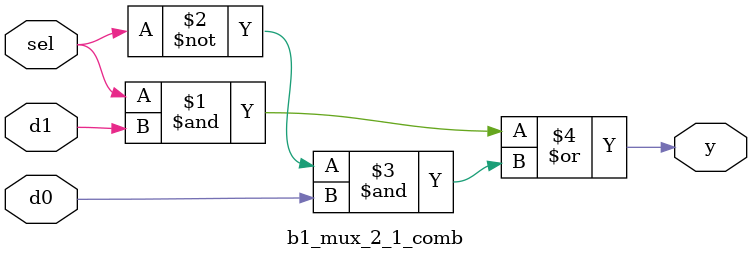
<source format=v>
`timescale 1ns / 1ps


module b1_mux_2_1_comb(
    input d0,
    input d1,
    input sel,
    output y
    );
    assign y = (sel & d1) | ((~sel) & d0); 
endmodule

</source>
